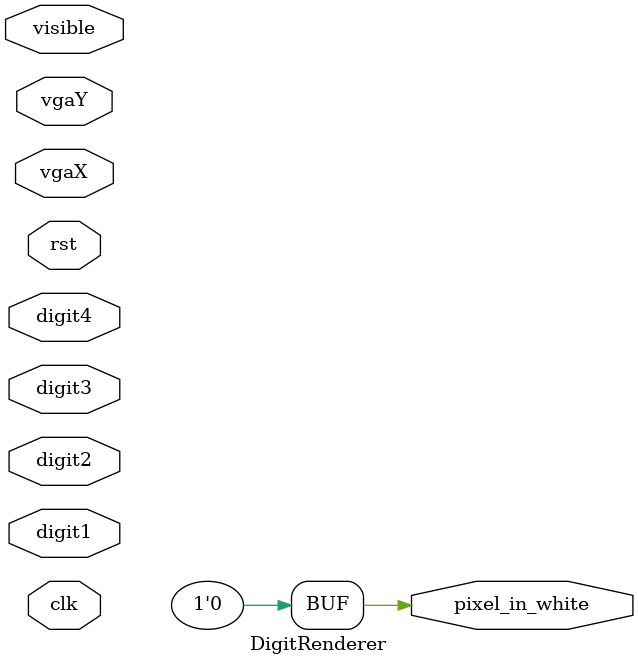
<source format=v>
module DigitRenderer(
    input wire clk,          // Main clock
    input wire rst,          // Reset signal
    input wire [9:0] vgaX,   // Current pixel X-coordinate
    input wire [8:0] vgaY,   // Current pixel Y-coordinate
    input wire visible,      // Visible area signal
    input wire [3:0] digit1, // Leftmost digit (thousands)
    input wire [3:0] digit2, // Second digit (hundreds)
    input wire [3:0] digit3, // Third digit (tens)
    input wire [3:0] digit4, // Rightmost digit (units)
    output reg pixel_in_white // Pixel color (white if part of a digit)
);

    // Define digit positions and rendering logic as needed
    // Placeholder: Add logic for rendering digits using predefined patterns
    always @(*) begin
        // Example logic (replace with actual rendering logic)
        pixel_in_white = 0; // Default to black
        if (visible) begin
            // Add logic to calculate if pixel belongs to a digit
        end
    end

endmodule
</source>
